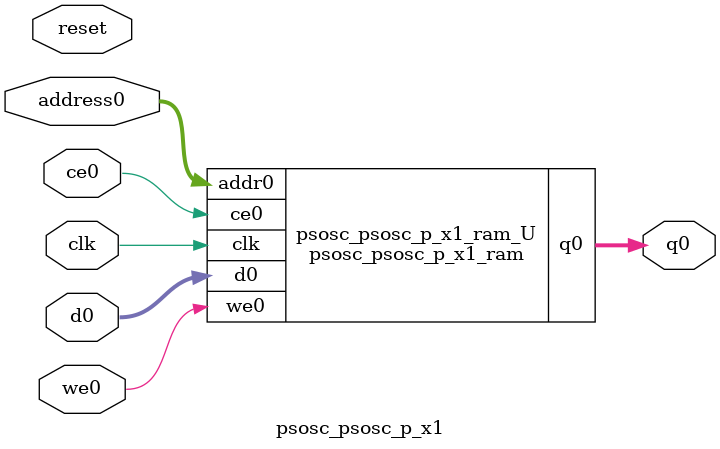
<source format=v>

`timescale 1 ns / 1 ps
module psosc_psosc_p_x1_ram (addr0, ce0, d0, we0, q0,  clk);

parameter DWIDTH = 32;
parameter AWIDTH = 2;
parameter MEM_SIZE = 3;

input[AWIDTH-1:0] addr0;
input ce0;
input[DWIDTH-1:0] d0;
input we0;
output reg[DWIDTH-1:0] q0;
input clk;

(* ram_style = "distributed" *)reg [DWIDTH-1:0] ram[0:MEM_SIZE-1];




always @(posedge clk)  
begin 
    if (ce0) 
    begin
        if (we0) 
        begin 
            ram[addr0] <= d0; 
            q0 <= d0;
        end 
        else 
            q0 <= ram[addr0];
    end
end


endmodule


`timescale 1 ns / 1 ps
module psosc_psosc_p_x1(
    reset,
    clk,
    address0,
    ce0,
    we0,
    d0,
    q0);

parameter DataWidth = 32'd32;
parameter AddressRange = 32'd3;
parameter AddressWidth = 32'd2;
input reset;
input clk;
input[AddressWidth - 1:0] address0;
input ce0;
input we0;
input[DataWidth - 1:0] d0;
output[DataWidth - 1:0] q0;



psosc_psosc_p_x1_ram psosc_psosc_p_x1_ram_U(
    .clk( clk ),
    .addr0( address0 ),
    .ce0( ce0 ),
    .d0( d0 ),
    .we0( we0 ),
    .q0( q0 ));

endmodule


</source>
